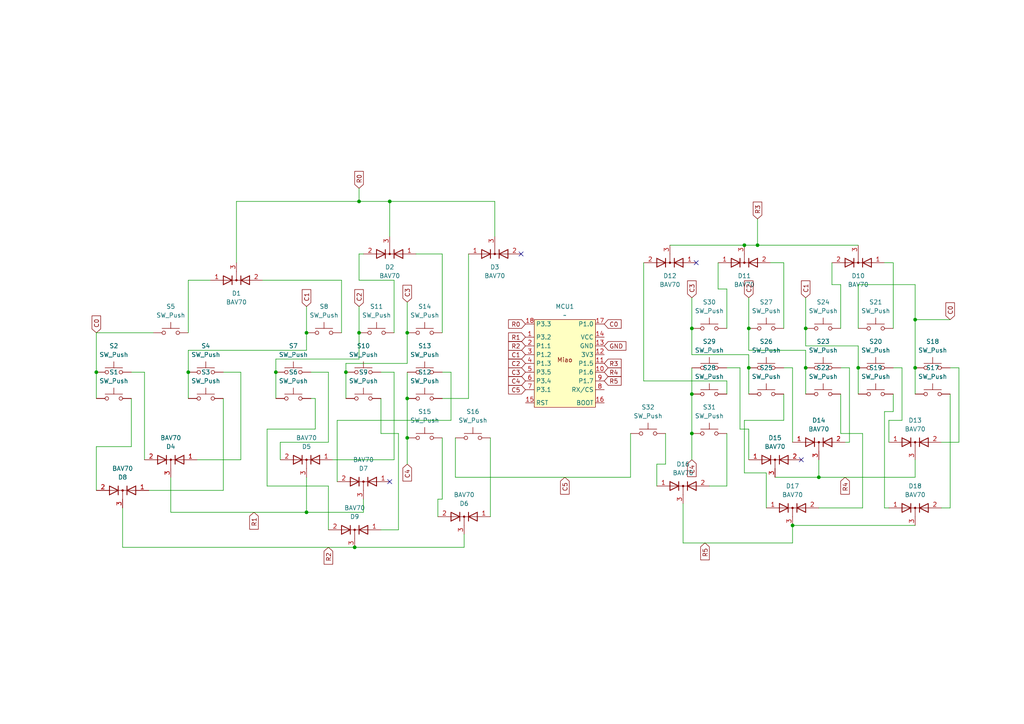
<source format=kicad_sch>
(kicad_sch (version 20231120) (generator "eeschema") (generator_version "8.0")
  (paper "A4")
  (lib_symbols
    (symbol "Diode:BAV70" (pin_names hide)
      (property "Reference" "D" (at 0.635 -2.54 0))
      (property "Value" "BAV70" (at 0 2.54 0))
      (symbol "BAV70_0_1"
        (polyline (pts (xy -3.81 0) (xy 3.81 0)))
        (polyline (pts (xy 0 0) (xy 0 -2.54)))
        (polyline (pts (xy -1.27 -1.27) (xy -1.27 1.27) (xy -1.27 1.27)) (stroke (width 0.254)))
        (polyline (pts (xy 1.27 -1.27) (xy 1.27 1.27) (xy 1.27 1.27)) (stroke (width 0.254)))
        (polyline (pts (xy -3.81 1.27) (xy -1.27 0) (xy -3.81 -1.27) (xy -3.81 1.27) (xy -3.81 1.27) (xy -3.81 1.27)) (stroke (width 0.254)))
        (polyline (pts (xy 3.81 -1.27) (xy 1.27 0) (xy 3.81 1.27) (xy 3.81 -1.27) (xy 3.81 -1.27) (xy 3.81 -1.27)) (stroke (width 0.254)))
        (circle (center 0 0) (radius 0.254) (fill (type outline)))
        (pin passive line (at -7.62 0 0) (length 3.81) (name "A") (number "1"))
        (pin passive line (at 7.62 0 180) (length 3.81) (name "A") (number "2"))
        (pin passive line (at 0 -5.08 90) (length 2.54) (name "K") (number "3"))
      )
    )
    (symbol "Miao:Miao_full_pinout"
      (property "Reference" "U" (at 0 5.08 0))
      (symbol "Miao_full_pinout_1_1"
        (rectangle (start -8.89 12.7) (end 8.89 -12.7) (fill (type background)))
        (text "Miao\n\n" (at 0 0 0) (effects (font (size 1.27 1.27))))
        (pin bidirectional line (at -11.43 7.62 0) (length 2.54) (name "P3.2") (number "1"))
        (pin bidirectional line (at 11.43 -2.54 180) (length 2.54) (name "P1.6") (number "10"))
        (pin bidirectional line (at 11.43 0 180) (length 2.54) (name "P1.5") (number "11"))
        (pin power_out line (at 11.43 2.54 180) (length 2.54) (name "3V3") (number "12"))
        (pin power_out line (at 11.43 5.08 180) (length 2.54) (name "GND") (number "13"))
        (pin power_in line (at 11.43 7.62 180) (length 2.54) (name "VCC") (number "14"))
        (pin input line (at -11.43 -11.43 0) (length 2.54) (name "RST") (number "15"))
        (pin input line (at 11.43 -11.43 180) (length 2.54) (name "BOOT") (number "16"))
        (pin bidirectional line (at 11.43 11.43 180) (length 2.54) (name "P1.0") (number "17"))
        (pin bidirectional line (at -11.43 11.43 0) (length 2.54) (name "P3.3") (number "18"))
        (pin bidirectional line (at -11.43 5.08 0) (length 2.54) (name "P1.1") (number "2"))
        (pin bidirectional line (at -11.43 2.54 0) (length 2.54) (name "P1.2") (number "3"))
        (pin bidirectional line (at -11.43 0 0) (length 2.54) (name "P1.3") (number "4"))
        (pin bidirectional line (at -11.43 -2.54 0) (length 2.54) (name "P3.5") (number "5"))
        (pin bidirectional line (at -11.43 -5.08 0) (length 2.54) (name "P3.4") (number "6"))
        (pin bidirectional line (at -11.43 -7.62 0) (length 2.54) (name "P3.1") (number "7"))
        (pin bidirectional line (at 11.43 -7.62 180) (length 2.54) (name "RX/CS") (number "8"))
        (pin bidirectional line (at 11.43 -5.08 180) (length 2.54) (name "P1.7") (number "9"))
      )
    )
    (symbol "Switch:SW_Push" (pin_numbers hide) (pin_names (offset 1.016) hide)
      (property "Reference" "SW" (at 1.27 2.54 0))
      (property "Value" "SW_Push" (at 0 -1.524 0))
      (symbol "SW_Push_0_1"
        (circle (center -2.032 0) (radius 0.508))
        (polyline (pts (xy 0 1.27) (xy 0 3.048)))
        (polyline (pts (xy 2.54 1.27) (xy -2.54 1.27)))
        (circle (center 2.032 0) (radius 0.508))
        (pin passive line (at -5.08 0 0) (length 2.54) (name "1") (number "1"))
        (pin passive line (at 5.08 0 180) (length 2.54) (name "2") (number "2"))
      )
    )
  )
  (junction (at 233.68 106.68))
  (junction (at 217.17 106.68))
  (junction (at 265.43 92.71))
  (junction (at 104.14 58.42))
  (junction (at 88.9 148.59))
  (junction (at 102.87 158.75))
  (junction (at 219.71 71.12))
  (junction (at 27.94 107.95))
  (junction (at 265.43 106.68))
  (junction (at 200.66 125.73))
  (junction (at 200.66 114.3))
  (junction (at 80.01 107.95))
  (junction (at 118.11 115.57))
  (junction (at 54.61 107.95))
  (junction (at 100.33 107.95))
  (junction (at 118.11 96.52))
  (junction (at 248.92 106.68))
  (junction (at 237.49 138.43))
  (junction (at 113.03 58.42))
  (junction (at 233.68 95.25))
  (junction (at 229.87 152.4))
  (junction (at 200.66 95.25))
  (junction (at 118.11 127))
  (junction (at 88.9 96.52))
  (junction (at 217.17 95.25))
  (junction (at 104.14 96.52))
  (junction (at 215.9 71.12))
  (no_connect (at 201.93 76.2))
  (no_connect (at 113.03 139.7))
  (no_connect (at 232.41 133.35))
  (no_connect (at 151.13 73.66))
  (wire (pts (xy 250.19 147.32) (xy 237.49 147.32)))
  (wire (pts (xy 265.43 106.68) (xy 265.43 92.71)))
  (wire (pts (xy 114.3 133.35) (xy 114.3 107.95)))
  (wire (pts (xy 143.51 68.58) (xy 143.51 58.42)))
  (wire (pts (xy 194.31 71.12) (xy 215.9 71.12)))
  (wire (pts (xy 200.66 95.25) (xy 200.66 102.87)))
  (wire (pts (xy 248.92 95.25) (xy 248.92 82.55)))
  (wire (pts (xy 38.1 115.57) (xy 38.1 129.54)))
  (wire (pts (xy 198.12 146.05) (xy 198.12 157.48)))
  (wire (pts (xy 97.79 121.92) (xy 97.79 139.7)))
  (wire (pts (xy 210.82 125.73) (xy 210.82 140.97)))
  (wire (pts (xy 233.68 95.25) (xy 233.68 100.33)))
  (wire (pts (xy 90.17 107.95) (xy 95.25 107.95)))
  (wire (pts (xy 38.1 129.54) (xy 27.94 129.54)))
  (wire (pts (xy 186.69 110.49) (xy 186.69 76.2)))
  (wire (pts (xy 265.43 82.55) (xy 265.43 92.71)))
  (wire (pts (xy 80.01 115.57) (xy 80.01 107.95)))
  (wire (pts (xy 243.84 82.55) (xy 241.3 82.55)))
  (wire (pts (xy 90.17 115.57) (xy 91.44 115.57)))
  (wire (pts (xy 113.03 68.58) (xy 113.03 58.42)))
  (wire (pts (xy 265.43 133.35) (xy 265.43 138.43)))
  (wire (pts (xy 219.71 63.5) (xy 219.71 71.12)))
  (wire (pts (xy 222.25 147.32) (xy 222.25 137.16)))
  (wire (pts (xy 120.65 73.66) (xy 128.27 73.66)))
  (wire (pts (xy 265.43 92.71) (xy 275.59 92.71)))
  (wire (pts (xy 259.08 114.3) (xy 259.08 119.38)))
  (wire (pts (xy 278.13 128.27) (xy 273.05 128.27)))
  (wire (pts (xy 43.18 142.24) (xy 64.77 142.24)))
  (wire (pts (xy 182.88 125.73) (xy 182.88 138.43)))
  (wire (pts (xy 113.03 58.42) (xy 104.14 58.42)))
  (wire (pts (xy 135.89 115.57) (xy 135.89 73.66)))
  (wire (pts (xy 27.94 96.52) (xy 27.94 107.95)))
  (wire (pts (xy 99.06 96.52) (xy 99.06 81.28)))
  (wire (pts (xy 114.3 107.95) (xy 110.49 107.95)))
  (wire (pts (xy 105.41 73.66) (xy 104.14 73.66)))
  (wire (pts (xy 41.91 107.95) (xy 41.91 133.35)))
  (wire (pts (xy 256.54 119.38) (xy 256.54 147.32)))
  (wire (pts (xy 243.84 125.73) (xy 250.19 125.73)))
  (wire (pts (xy 35.56 158.75) (xy 102.87 158.75)))
  (wire (pts (xy 143.51 58.42) (xy 113.03 58.42)))
  (wire (pts (xy 134.62 158.75) (xy 134.62 154.94)))
  (wire (pts (xy 259.08 95.25) (xy 259.08 76.2)))
  (wire (pts (xy 100.33 107.95) (xy 100.33 115.57)))
  (wire (pts (xy 128.27 73.66) (xy 128.27 96.52)))
  (wire (pts (xy 222.25 137.16) (xy 215.9 137.16)))
  (wire (pts (xy 80.01 107.95) (xy 80.01 104.14)))
  (wire (pts (xy 100.33 105.41) (xy 100.33 107.95)))
  (wire (pts (xy 105.41 144.78) (xy 105.41 148.59)))
  (wire (pts (xy 273.05 147.32) (xy 275.59 147.32)))
  (wire (pts (xy 261.62 121.92) (xy 257.81 121.92)))
  (wire (pts (xy 227.33 95.25) (xy 227.33 76.2)))
  (wire (pts (xy 233.68 106.68) (xy 233.68 101.6)))
  (wire (pts (xy 243.84 106.68) (xy 246.38 106.68)))
  (wire (pts (xy 110.49 153.67) (xy 115.57 153.67)))
  (wire (pts (xy 193.04 125.73) (xy 193.04 134.62)))
  (wire (pts (xy 210.82 83.82) (xy 208.28 83.82)))
  (wire (pts (xy 250.19 125.73) (xy 250.19 147.32)))
  (wire (pts (xy 128.27 127) (xy 128.27 144.78)))
  (wire (pts (xy 132.08 138.43) (xy 182.88 138.43)))
  (wire (pts (xy 99.06 81.28) (xy 76.2 81.28)))
  (wire (pts (xy 261.62 106.68) (xy 261.62 121.92)))
  (wire (pts (xy 217.17 102.87) (xy 217.17 106.68)))
  (wire (pts (xy 69.85 107.95) (xy 69.85 133.35)))
  (wire (pts (xy 237.49 138.43) (xy 237.49 133.35)))
  (wire (pts (xy 68.58 76.2) (xy 68.58 58.42)))
  (wire (pts (xy 190.5 134.62) (xy 190.5 140.97)))
  (wire (pts (xy 110.49 125.73) (xy 110.49 115.57)))
  (wire (pts (xy 68.58 58.42) (xy 104.14 58.42)))
  (wire (pts (xy 210.82 106.68) (xy 214.63 106.68)))
  (wire (pts (xy 102.87 158.75) (xy 134.62 158.75)))
  (wire (pts (xy 115.57 125.73) (xy 110.49 125.73)))
  (wire (pts (xy 91.44 115.57) (xy 91.44 124.46)))
  (wire (pts (xy 127 144.78) (xy 127 149.86)))
  (wire (pts (xy 233.68 86.36) (xy 233.68 95.25)))
  (wire (pts (xy 104.14 81.28) (xy 114.3 81.28)))
  (wire (pts (xy 128.27 107.95) (xy 130.81 107.95)))
  (wire (pts (xy 248.92 82.55) (xy 265.43 82.55)))
  (wire (pts (xy 80.01 104.14) (xy 104.14 104.14)))
  (wire (pts (xy 88.9 96.52) (xy 88.9 101.6)))
  (wire (pts (xy 54.61 96.52) (xy 54.61 81.28)))
  (wire (pts (xy 49.53 138.43) (xy 49.53 148.59)))
  (wire (pts (xy 54.61 81.28) (xy 60.96 81.28)))
  (wire (pts (xy 27.94 107.95) (xy 27.94 115.57)))
  (wire (pts (xy 208.28 83.82) (xy 208.28 76.2)))
  (wire (pts (xy 217.17 106.68) (xy 217.17 114.3)))
  (wire (pts (xy 275.59 106.68) (xy 278.13 106.68)))
  (wire (pts (xy 217.17 101.6) (xy 217.17 95.25)))
  (wire (pts (xy 81.28 128.27) (xy 81.28 133.35)))
  (wire (pts (xy 77.47 140.97) (xy 95.25 140.97)))
  (wire (pts (xy 265.43 138.43) (xy 237.49 138.43)))
  (wire (pts (xy 215.9 71.12) (xy 219.71 71.12)))
  (wire (pts (xy 118.11 96.52) (xy 118.11 105.41)))
  (wire (pts (xy 88.9 138.43) (xy 88.9 148.59)))
  (wire (pts (xy 193.04 134.62) (xy 190.5 134.62)))
  (wire (pts (xy 215.9 137.16) (xy 215.9 121.92)))
  (wire (pts (xy 88.9 88.9) (xy 88.9 96.52)))
  (wire (pts (xy 104.14 58.42) (xy 104.14 54.61)))
  (wire (pts (xy 259.08 106.68) (xy 261.62 106.68)))
  (wire (pts (xy 265.43 114.3) (xy 265.43 106.68)))
  (wire (pts (xy 35.56 147.32) (xy 35.56 158.75)))
  (wire (pts (xy 64.77 107.95) (xy 69.85 107.95)))
  (wire (pts (xy 198.12 157.48) (xy 229.87 157.48)))
  (wire (pts (xy 27.94 129.54) (xy 27.94 142.24)))
  (wire (pts (xy 210.82 140.97) (xy 205.74 140.97)))
  (wire (pts (xy 54.61 107.95) (xy 54.61 115.57)))
  (wire (pts (xy 233.68 114.3) (xy 233.68 106.68)))
  (wire (pts (xy 200.66 106.68) (xy 200.66 114.3)))
  (wire (pts (xy 118.11 105.41) (xy 100.33 105.41)))
  (wire (pts (xy 256.54 147.32) (xy 257.81 147.32)))
  (wire (pts (xy 210.82 114.3) (xy 210.82 110.49)))
  (wire (pts (xy 54.61 101.6) (xy 54.61 107.95)))
  (wire (pts (xy 217.17 124.46) (xy 217.17 133.35)))
  (wire (pts (xy 132.08 127) (xy 132.08 138.43)))
  (wire (pts (xy 114.3 96.52) (xy 114.3 81.28)))
  (wire (pts (xy 248.92 100.33) (xy 248.92 106.68)))
  (wire (pts (xy 104.14 73.66) (xy 104.14 81.28)))
  (wire (pts (xy 77.47 124.46) (xy 77.47 140.97)))
  (wire (pts (xy 215.9 121.92) (xy 227.33 121.92)))
  (wire (pts (xy 118.11 87.63) (xy 118.11 96.52)))
  (wire (pts (xy 210.82 95.25) (xy 210.82 83.82)))
  (wire (pts (xy 95.25 140.97) (xy 95.25 153.67)))
  (wire (pts (xy 259.08 119.38) (xy 256.54 119.38)))
  (wire (pts (xy 96.52 133.35) (xy 114.3 133.35)))
  (wire (pts (xy 275.59 147.32) (xy 275.59 114.3)))
  (wire (pts (xy 118.11 115.57) (xy 118.11 127)))
  (wire (pts (xy 224.79 138.43) (xy 237.49 138.43)))
  (wire (pts (xy 229.87 152.4) (xy 265.43 152.4)))
  (wire (pts (xy 229.87 157.48) (xy 229.87 152.4)))
  (wire (pts (xy 243.84 95.25) (xy 243.84 82.55)))
  (wire (pts (xy 64.77 142.24) (xy 64.77 115.57)))
  (wire (pts (xy 97.79 121.92) (xy 130.81 121.92)))
  (wire (pts (xy 69.85 133.35) (xy 57.15 133.35)))
  (wire (pts (xy 233.68 100.33) (xy 248.92 100.33)))
  (wire (pts (xy 38.1 107.95) (xy 41.91 107.95)))
  (wire (pts (xy 118.11 127) (xy 118.11 134.62)))
  (wire (pts (xy 200.66 114.3) (xy 200.66 125.73)))
  (wire (pts (xy 246.38 106.68) (xy 246.38 128.27)))
  (wire (pts (xy 91.44 124.46) (xy 77.47 124.46)))
  (wire (pts (xy 227.33 121.92) (xy 227.33 114.3)))
  (wire (pts (xy 243.84 114.3) (xy 243.84 125.73)))
  (wire (pts (xy 118.11 107.95) (xy 118.11 115.57)))
  (wire (pts (xy 278.13 106.68) (xy 278.13 128.27)))
  (wire (pts (xy 130.81 107.95) (xy 130.81 121.92)))
  (wire (pts (xy 229.87 128.27) (xy 229.87 106.68)))
  (wire (pts (xy 214.63 124.46) (xy 217.17 124.46)))
  (wire (pts (xy 115.57 153.67) (xy 115.57 125.73)))
  (wire (pts (xy 210.82 110.49) (xy 186.69 110.49)))
  (wire (pts (xy 217.17 101.6) (xy 233.68 101.6)))
  (wire (pts (xy 257.81 121.92) (xy 257.81 128.27)))
  (wire (pts (xy 95.25 128.27) (xy 81.28 128.27)))
  (wire (pts (xy 217.17 86.36) (xy 217.17 95.25)))
  (wire (pts (xy 104.14 88.9) (xy 104.14 96.52)))
  (wire (pts (xy 200.66 102.87) (xy 217.17 102.87)))
  (wire (pts (xy 95.25 107.95) (xy 95.25 128.27)))
  (wire (pts (xy 54.61 101.6) (xy 88.9 101.6)))
  (wire (pts (xy 229.87 106.68) (xy 227.33 106.68)))
  (wire (pts (xy 142.24 127) (xy 142.24 149.86)))
  (wire (pts (xy 105.41 148.59) (xy 88.9 148.59)))
  (wire (pts (xy 128.27 115.57) (xy 135.89 115.57)))
  (wire (pts (xy 219.71 71.12) (xy 248.92 71.12)))
  (wire (pts (xy 259.08 76.2) (xy 256.54 76.2)))
  (wire (pts (xy 227.33 76.2) (xy 223.52 76.2)))
  (wire (pts (xy 200.66 125.73) (xy 200.66 133.35)))
  (wire (pts (xy 214.63 106.68) (xy 214.63 124.46)))
  (wire (pts (xy 246.38 128.27) (xy 245.11 128.27)))
  (wire (pts (xy 241.3 82.55) (xy 241.3 76.2)))
  (wire (pts (xy 44.45 96.52) (xy 27.94 96.52)))
  (wire (pts (xy 200.66 86.36) (xy 200.66 95.25)))
  (wire (pts (xy 248.92 106.68) (xy 248.92 114.3)))
  (wire (pts (xy 104.14 96.52) (xy 104.14 104.14)))
  (wire (pts (xy 49.53 148.59) (xy 88.9 148.59)))
  (wire (pts (xy 128.27 144.78) (xy 127 144.78)))
  (global_label "R5" (shape input) (at 175.26 110.49 0) (property "Intersheetrefs" "${INTERSHEET_REFS}" (effects (hide yes))))
  (global_label "GND" (shape input) (at 175.26 100.33 0) (property "Intersheetrefs" "${INTERSHEET_REFS}" (effects (hide yes))))
  (global_label "R0" (shape input) (at 152.4 93.98 180) (property "Intersheetrefs" "${INTERSHEET_REFS}" (effects (hide yes))))
  (global_label "R2" (shape input) (at 152.4 100.33 180) (property "Intersheetrefs" "${INTERSHEET_REFS}" (effects (hide yes))))
  (global_label "R3" (shape input) (at 219.71 63.5 90) (property "Intersheetrefs" "${INTERSHEET_REFS}" (effects (hide yes))))
  (global_label "C3" (shape input) (at 200.66 86.36 90) (property "Intersheetrefs" "${INTERSHEET_REFS}" (effects (hide yes))))
  (global_label "C2" (shape input) (at 152.4 105.41 180) (property "Intersheetrefs" "${INTERSHEET_REFS}" (effects (hide yes))))
  (global_label "C3" (shape input) (at 152.4 107.95 180) (property "Intersheetrefs" "${INTERSHEET_REFS}" (effects (hide yes))))
  (global_label "R2" (shape input) (at 95.25 158.75 270) (property "Intersheetrefs" "${INTERSHEET_REFS}" (effects (hide yes))))
  (global_label "C4" (shape input) (at 152.4 110.49 180) (property "Intersheetrefs" "${INTERSHEET_REFS}" (effects (hide yes))))
  (global_label "C2" (shape input) (at 217.17 86.36 90) (property "Intersheetrefs" "${INTERSHEET_REFS}" (effects (hide yes))))
  (global_label "R1" (shape input) (at 152.4 97.79 180) (property "Intersheetrefs" "${INTERSHEET_REFS}" (effects (hide yes))))
  (global_label "C0" (shape input) (at 175.26 93.98 0) (property "Intersheetrefs" "${INTERSHEET_REFS}" (effects (hide yes))))
  (global_label "C5" (shape input) (at 163.83 138.43 270) (property "Intersheetrefs" "${INTERSHEET_REFS}" (effects (hide yes))))
  (global_label "C4" (shape input) (at 200.66 133.35 270) (property "Intersheetrefs" "${INTERSHEET_REFS}" (effects (hide yes))))
  (global_label "R3" (shape input) (at 175.26 105.41 0) (property "Intersheetrefs" "${INTERSHEET_REFS}" (effects (hide yes))))
  (global_label "R1" (shape input) (at 73.66 148.59 270) (property "Intersheetrefs" "${INTERSHEET_REFS}" (effects (hide yes))))
  (global_label "R5" (shape input) (at 204.47 157.48 270) (property "Intersheetrefs" "${INTERSHEET_REFS}" (effects (hide yes))))
  (global_label "C1" (shape input) (at 233.68 86.36 90) (property "Intersheetrefs" "${INTERSHEET_REFS}" (effects (hide yes))))
  (global_label "R4" (shape input) (at 245.11 138.43 270) (property "Intersheetrefs" "${INTERSHEET_REFS}" (effects (hide yes))))
  (global_label "C2" (shape input) (at 104.14 88.9 90) (property "Intersheetrefs" "${INTERSHEET_REFS}" (effects (hide yes))))
  (global_label "C4" (shape input) (at 118.11 134.62 270) (property "Intersheetrefs" "${INTERSHEET_REFS}" (effects (hide yes))))
  (global_label "C0" (shape input) (at 275.59 92.71 90) (property "Intersheetrefs" "${INTERSHEET_REFS}" (effects (hide yes))))
  (global_label "R4" (shape input) (at 175.26 107.95 0) (property "Intersheetrefs" "${INTERSHEET_REFS}" (effects (hide yes))))
  (global_label "R0" (shape input) (at 104.14 54.61 90) (property "Intersheetrefs" "${INTERSHEET_REFS}" (effects (hide yes))))
  (global_label "C5" (shape input) (at 152.4 113.03 180) (property "Intersheetrefs" "${INTERSHEET_REFS}" (effects (hide yes))))
  (global_label "C0" (shape input) (at 27.94 96.52 90) (property "Intersheetrefs" "${INTERSHEET_REFS}" (effects (hide yes))))
  (global_label "C1" (shape input) (at 152.4 102.87 180) (property "Intersheetrefs" "${INTERSHEET_REFS}" (effects (hide yes))))
  (global_label "C1" (shape input) (at 88.9 88.9 90) (property "Intersheetrefs" "${INTERSHEET_REFS}" (effects (hide yes))))
  (global_label "C3" (shape input) (at 118.11 87.63 90) (property "Intersheetrefs" "${INTERSHEET_REFS}" (effects (hide yes))))
  (symbol (lib_id "Diode:BAV70") (at 113.03 73.66 180) (unit 1)
    (property "Reference" "D2" (at 113.03 77.47 0))
    (property "Value" "BAV70" (at 113.03 80.01 0))
    (property "Footprint" "Keebio-Parts:SOT-23_Handsoldering" (effects (hide yes)))
    (property "Datasheet" "https://assets.nexperia.com/documents/data-sheet/BAV70_SER.pdf" (effects (hide yes)))
    (property "Description" "Dual 100V 215mA high-speed switching diodes, common cathode, SOT-23" (effects (hide yes)))
  )
  (symbol (lib_id "Switch:SW_Push") (at 222.25 106.68 0) (unit 1)
    (property "Reference" "S26" (at 222.25 99.06 0))
    (property "Value" "SW_Push" (at 222.25 101.6 0))
    (property "Footprint" "BeiBob-KiCAD-footprints:SW_Kailh_socket_PG1350_optional" (effects (hide yes)))
    (property "Description" "Push button switch, generic, two pins" (effects (hide yes)))
  )
  (symbol (lib_id "Switch:SW_Push") (at 85.09 107.95 0) (unit 1)
    (property "Reference" "S7" (at 85.09 100.33 0))
    (property "Value" "SW_Push" (at 85.09 102.87 0))
    (property "Footprint" "BeiBob-KiCAD-footprints:SW_Kailh_socket_PG1350_optional" (effects (hide yes)))
    (property "Description" "Push button switch, generic, two pins" (effects (hide yes)))
  )
  (symbol (lib_id "Switch:SW_Push") (at 123.19 96.52 0) (unit 1)
    (property "Reference" "S14" (at 123.19 88.9 0))
    (property "Value" "SW_Push" (at 123.19 91.44 0))
    (property "Footprint" "BeiBob-KiCAD-footprints:SW_Kailh_socket_PG1350_optional" (effects (hide yes)))
    (property "Description" "Push button switch, generic, two pins" (effects (hide yes)))
  )
  (symbol (lib_id "Diode:BAV70") (at 194.31 76.2 180) (unit 1)
    (property "Reference" "D12" (at 194.31 80.01 0))
    (property "Value" "BAV70" (at 194.31 82.55 0))
    (property "Footprint" "Keebio-Parts:SOT-23_Handsoldering" (effects (hide yes)))
    (property "Datasheet" "https://assets.nexperia.com/documents/data-sheet/BAV70_SER.pdf" (effects (hide yes)))
    (property "Description" "Dual 100V 215mA high-speed switching diodes, common cathode, SOT-23" (effects (hide yes)))
  )
  (symbol (lib_id "Switch:SW_Push") (at 49.53 96.52 0) (unit 1)
    (property "Reference" "S5" (at 49.53 88.9 0))
    (property "Value" "SW_Push" (at 49.53 91.44 0))
    (property "Footprint" "BeiBob-KiCAD-footprints:SW_Kailh_socket_PG1350_optional" (effects (hide yes)))
    (property "Description" "Push button switch, generic, two pins" (effects (hide yes)))
  )
  (symbol (lib_id "Switch:SW_Push") (at 254 95.25 0) (unit 1)
    (property "Reference" "S21" (at 254 87.63 0))
    (property "Value" "SW_Push" (at 254 90.17 0))
    (property "Footprint" "BeiBob-KiCAD-footprints:SW_Kailh_socket_PG1350_optional" (effects (hide yes)))
    (property "Description" "Push button switch, generic, two pins" (effects (hide yes)))
  )
  (symbol (lib_id "Switch:SW_Push") (at 109.22 96.52 0) (unit 1)
    (property "Reference" "S11" (at 109.22 88.9 0))
    (property "Value" "SW_Push" (at 109.22 91.44 0))
    (property "Footprint" "BeiBob-KiCAD-footprints:SW_Kailh_socket_PG1350_optional" (effects (hide yes)))
    (property "Description" "Push button switch, generic, two pins" (effects (hide yes)))
  )
  (symbol (lib_id "Diode:BAV70") (at 215.9 76.2 0) (mirror x) (unit 1)
    (property "Reference" "D11" (at 215.9 80.01 0))
    (property "Value" "BAV70" (at 215.9 82.55 0))
    (property "Footprint" "Keebio-Parts:SOT-23_Handsoldering" (effects (hide yes)))
    (property "Datasheet" "https://assets.nexperia.com/documents/data-sheet/BAV70_SER.pdf" (effects (hide yes)))
    (property "Description" "Dual 100V 215mA high-speed switching diodes, common cathode, SOT-23" (effects (hide yes)))
  )
  (symbol (lib_id "Switch:SW_Push") (at 105.41 107.95 0) (unit 1)
    (property "Reference" "S10" (at 105.41 100.33 0))
    (property "Value" "SW_Push" (at 105.41 102.87 0))
    (property "Footprint" "BeiBob-KiCAD-footprints:SW_Kailh_socket_PG1350_optional" (effects (hide yes)))
    (property "Description" "Push button switch, generic, two pins" (effects (hide yes)))
  )
  (symbol (lib_id "Switch:SW_Push") (at 93.98 96.52 0) (unit 1)
    (property "Reference" "S8" (at 93.98 88.9 0))
    (property "Value" "SW_Push" (at 93.98 91.44 0))
    (property "Footprint" "BeiBob-KiCAD-footprints:SW_Kailh_socket_PG1350_optional" (effects (hide yes)))
    (property "Description" "Push button switch, generic, two pins" (effects (hide yes)))
  )
  (symbol (lib_id "Switch:SW_Push") (at 238.76 114.3 0) (unit 1)
    (property "Reference" "S22" (at 238.76 106.68 0))
    (property "Value" "SW_Push" (at 238.76 109.22 0))
    (property "Footprint" "BeiBob-KiCAD-footprints:SW_Kailh_socket_PG1350_optional" (effects (hide yes)))
    (property "Description" "Push button switch, generic, two pins" (effects (hide yes)))
  )
  (symbol (lib_id "Switch:SW_Push") (at 254 114.3 0) (unit 1)
    (property "Reference" "S19" (at 254 106.68 0))
    (property "Value" "SW_Push" (at 254 109.22 0))
    (property "Footprint" "BeiBob-KiCAD-footprints:SW_Kailh_socket_PG1350_optional" (effects (hide yes)))
    (property "Description" "Push button switch, generic, two pins" (effects (hide yes)))
  )
  (symbol (lib_id "Diode:BAV70") (at 265.43 128.27 0) (unit 1)
    (property "Reference" "D13" (at 265.43 121.92 0))
    (property "Value" "BAV70" (at 265.43 124.46 0))
    (property "Footprint" "Keebio-Parts:SOT-23_Handsoldering" (effects (hide yes)))
    (property "Datasheet" "https://assets.nexperia.com/documents/data-sheet/BAV70_SER.pdf" (effects (hide yes)))
    (property "Description" "Dual 100V 215mA high-speed switching diodes, common cathode, SOT-23" (effects (hide yes)))
  )
  (symbol (lib_id "Switch:SW_Push") (at 222.25 95.25 0) (unit 1)
    (property "Reference" "S27" (at 222.25 87.63 0))
    (property "Value" "SW_Push" (at 222.25 90.17 0))
    (property "Footprint" "BeiBob-KiCAD-footprints:SW_Kailh_socket_PG1350_optional" (effects (hide yes)))
    (property "Description" "Push button switch, generic, two pins" (effects (hide yes)))
  )
  (symbol (lib_id "Switch:SW_Push") (at 123.19 107.95 0) (unit 1)
    (property "Reference" "S13" (at 123.19 100.33 0))
    (property "Value" "SW_Push" (at 123.19 102.87 0))
    (property "Footprint" "BeiBob-KiCAD-footprints:SW_Kailh_socket_PG1350_optional" (effects (hide yes)))
    (property "Description" "Push button switch, generic, two pins" (effects (hide yes)))
  )
  (symbol (lib_id "Diode:BAV70") (at 35.56 142.24 0) (mirror y) (unit 1)
    (property "Reference" "D8" (at 35.56 138.43 0))
    (property "Value" "BAV70" (at 35.56 135.89 0))
    (property "Footprint" "Keebio-Parts:SOT-23_Handsoldering" (effects (hide yes)))
    (property "Datasheet" "https://assets.nexperia.com/documents/data-sheet/BAV70_SER.pdf" (effects (hide yes)))
    (property "Description" "Dual 100V 215mA high-speed switching diodes, common cathode, SOT-23" (effects (hide yes)))
  )
  (symbol (lib_id "Switch:SW_Push") (at 59.69 115.57 0) (unit 1)
    (property "Reference" "S3" (at 59.69 107.95 0))
    (property "Value" "SW_Push" (at 59.69 110.49 0))
    (property "Footprint" "BeiBob-KiCAD-footprints:SW_Kailh_socket_PG1350_optional" (effects (hide yes)))
    (property "Description" "Push button switch, generic, two pins" (effects (hide yes)))
  )
  (symbol (lib_id "Switch:SW_Push") (at 205.74 95.25 0) (unit 1)
    (property "Reference" "S30" (at 205.74 87.63 0))
    (property "Value" "SW_Push" (at 205.74 90.17 0))
    (property "Footprint" "BeiBob-KiCAD-footprints:SW_Kailh_socket_PG1350_optional" (effects (hide yes)))
    (property "Description" "Push button switch, generic, two pins" (effects (hide yes)))
  )
  (symbol (lib_id "Diode:BAV70") (at 102.87 153.67 0) (mirror y) (unit 1)
    (property "Reference" "D9" (at 102.87 149.86 0))
    (property "Value" "BAV70" (at 102.87 147.32 0))
    (property "Footprint" "Keebio-Parts:SOT-23_Handsoldering" (effects (hide yes)))
    (property "Datasheet" "https://assets.nexperia.com/documents/data-sheet/BAV70_SER.pdf" (effects (hide yes)))
    (property "Description" "Dual 100V 215mA high-speed switching diodes, common cathode, SOT-23" (effects (hide yes)))
  )
  (symbol (lib_id "Switch:SW_Push") (at 123.19 127 0) (unit 1)
    (property "Reference" "S15" (at 123.19 119.38 0))
    (property "Value" "SW_Push" (at 123.19 121.92 0))
    (property "Footprint" "BeiBob-KiCAD-footprints:SW_Kailh_socket_PG1350_optional" (effects (hide yes)))
    (property "Description" "Push button switch, generic, two pins" (effects (hide yes)))
  )
  (symbol (lib_id "Diode:BAV70") (at 224.79 133.35 0) (unit 1)
    (property "Reference" "D15" (at 224.79 127 0))
    (property "Value" "BAV70" (at 224.79 129.54 0))
    (property "Footprint" "Keebio-Parts:SOT-23_Handsoldering" (effects (hide yes)))
    (property "Datasheet" "https://assets.nexperia.com/documents/data-sheet/BAV70_SER.pdf" (effects (hide yes)))
    (property "Description" "Dual 100V 215mA high-speed switching diodes, common cathode, SOT-23" (effects (hide yes)))
  )
  (symbol (lib_id "Switch:SW_Push") (at 238.76 106.68 0) (unit 1)
    (property "Reference" "S23" (at 238.76 99.06 0))
    (property "Value" "SW_Push" (at 238.76 101.6 0))
    (property "Footprint" "BeiBob-KiCAD-footprints:SW_Kailh_socket_PG1350_optional" (effects (hide yes)))
    (property "Description" "Push button switch, generic, two pins" (effects (hide yes)))
  )
  (symbol (lib_id "Switch:SW_Push") (at 254 106.68 0) (unit 1)
    (property "Reference" "S20" (at 254 99.06 0))
    (property "Value" "SW_Push" (at 254 101.6 0))
    (property "Footprint" "BeiBob-KiCAD-footprints:SW_Kailh_socket_PG1350_optional" (effects (hide yes)))
    (property "Description" "Push button switch, generic, two pins" (effects (hide yes)))
  )
  (symbol (lib_id "Diode:BAV70") (at 237.49 128.27 0) (unit 1)
    (property "Reference" "D14" (at 237.49 121.92 0))
    (property "Value" "BAV70" (at 237.49 124.46 0))
    (property "Footprint" "Keebio-Parts:SOT-23_Handsoldering" (effects (hide yes)))
    (property "Datasheet" "https://assets.nexperia.com/documents/data-sheet/BAV70_SER.pdf" (effects (hide yes)))
    (property "Description" "Dual 100V 215mA high-speed switching diodes, common cathode, SOT-23" (effects (hide yes)))
  )
  (symbol (lib_id "Switch:SW_Push") (at 33.02 107.95 0) (unit 1)
    (property "Reference" "S2" (at 33.02 100.33 0))
    (property "Value" "SW_Push" (at 33.02 102.87 0))
    (property "Footprint" "BeiBob-KiCAD-footprints:SW_Kailh_socket_PG1350_optional" (effects (hide yes)))
    (property "Description" "Push button switch, generic, two pins" (effects (hide yes)))
  )
  (symbol (lib_id "Diode:BAV70") (at 265.43 147.32 0) (unit 1)
    (property "Reference" "D18" (at 265.43 140.97 0))
    (property "Value" "BAV70" (at 265.43 143.51 0))
    (property "Footprint" "Keebio-Parts:SOT-23_Handsoldering" (effects (hide yes)))
    (property "Datasheet" "https://assets.nexperia.com/documents/data-sheet/BAV70_SER.pdf" (effects (hide yes)))
    (property "Description" "Dual 100V 215mA high-speed switching diodes, common cathode, SOT-23" (effects (hide yes)))
  )
  (symbol (lib_id "Switch:SW_Push") (at 59.69 107.95 0) (unit 1)
    (property "Reference" "S4" (at 59.69 100.33 0))
    (property "Value" "SW_Push" (at 59.69 102.87 0))
    (property "Footprint" "BeiBob-KiCAD-footprints:SW_Kailh_socket_PG1350_optional" (effects (hide yes)))
    (property "Description" "Push button switch, generic, two pins" (effects (hide yes)))
  )
  (symbol (lib_id "Diode:BAV70") (at 105.41 139.7 0) (mirror y) (unit 1)
    (property "Reference" "D7" (at 105.41 135.89 0))
    (property "Value" "BAV70" (at 105.41 133.35 0))
    (property "Footprint" "Keebio-Parts:SOT-23_Handsoldering" (effects (hide yes)))
    (property "Datasheet" "https://assets.nexperia.com/documents/data-sheet/BAV70_SER.pdf" (effects (hide yes)))
    (property "Description" "Dual 100V 215mA high-speed switching diodes, common cathode, SOT-23" (effects (hide yes)))
  )
  (symbol (lib_id "Diode:BAV70") (at 248.92 76.2 180) (unit 1)
    (property "Reference" "D10" (at 248.92 80.01 0))
    (property "Value" "BAV70" (at 248.92 82.55 0))
    (property "Footprint" "Keebio-Parts:SOT-23_Handsoldering" (effects (hide yes)))
    (property "Datasheet" "https://assets.nexperia.com/documents/data-sheet/BAV70_SER.pdf" (effects (hide yes)))
    (property "Description" "Dual 100V 215mA high-speed switching diodes, common cathode, SOT-23" (effects (hide yes)))
  )
  (symbol (lib_id "Switch:SW_Push") (at 270.51 106.68 0) (unit 1)
    (property "Reference" "S18" (at 270.51 99.06 0))
    (property "Value" "SW_Push" (at 270.51 101.6 0))
    (property "Footprint" "BeiBob-KiCAD-footprints:SW_Kailh_socket_PG1350_optional" (effects (hide yes)))
    (property "Description" "Push button switch, generic, two pins" (effects (hide yes)))
  )
  (symbol (lib_id "Diode:BAV70") (at 134.62 149.86 0) (mirror y) (unit 1)
    (property "Reference" "D6" (at 134.62 146.05 0))
    (property "Value" "BAV70" (at 134.62 143.51 0))
    (property "Footprint" "Keebio-Parts:SOT-23_Handsoldering" (effects (hide yes)))
    (property "Datasheet" "https://assets.nexperia.com/documents/data-sheet/BAV70_SER.pdf" (effects (hide yes)))
    (property "Description" "Dual 100V 215mA high-speed switching diodes, common cathode, SOT-23" (effects (hide yes)))
  )
  (symbol (lib_id "Switch:SW_Push") (at 205.74 125.73 0) (unit 1)
    (property "Reference" "S31" (at 205.74 118.11 0))
    (property "Value" "SW_Push" (at 205.74 120.65 0))
    (property "Footprint" "BeiBob-KiCAD-footprints:SW_Kailh_socket_PG1350_optional" (effects (hide yes)))
    (property "Description" "Push button switch, generic, two pins" (effects (hide yes)))
  )
  (symbol (lib_id "Miao:Miao_full_pinout") (at 163.83 105.41 0) (unit 1)
    (property "Reference" "MCU1" (at 163.83 88.9 0))
    (property "Value" "~" (at 163.83 91.44 0))
    (property "Footprint" "miao:Miao" (effects (hide yes)))
  )
  (symbol (lib_id "Switch:SW_Push") (at 205.74 114.3 0) (unit 1)
    (property "Reference" "S28" (at 205.74 106.68 0))
    (property "Value" "SW_Push" (at 205.74 109.22 0))
    (property "Footprint" "BeiBob-KiCAD-footprints:SW_Kailh_socket_PG1350_optional" (effects (hide yes)))
    (property "Description" "Push button switch, generic, two pins" (effects (hide yes)))
  )
  (symbol (lib_id "Diode:BAV70") (at 229.87 147.32 0) (unit 1)
    (property "Reference" "D17" (at 229.87 140.97 0))
    (property "Value" "BAV70" (at 229.87 143.51 0))
    (property "Footprint" "Keebio-Parts:SOT-23_Handsoldering" (effects (hide yes)))
    (property "Datasheet" "https://assets.nexperia.com/documents/data-sheet/BAV70_SER.pdf" (effects (hide yes)))
    (property "Description" "Dual 100V 215mA high-speed switching diodes, common cathode, SOT-23" (effects (hide yes)))
  )
  (symbol (lib_id "Diode:BAV70") (at 88.9 133.35 0) (mirror y) (unit 1)
    (property "Reference" "D5" (at 88.9 129.54 0))
    (property "Value" "BAV70" (at 88.9 127 0))
    (property "Footprint" "Keebio-Parts:SOT-23_Handsoldering" (effects (hide yes)))
    (property "Datasheet" "https://assets.nexperia.com/documents/data-sheet/BAV70_SER.pdf" (effects (hide yes)))
    (property "Description" "Dual 100V 215mA high-speed switching diodes, common cathode, SOT-23" (effects (hide yes)))
  )
  (symbol (lib_id "Switch:SW_Push") (at 205.74 106.68 0) (unit 1)
    (property "Reference" "S29" (at 205.74 99.06 0))
    (property "Value" "SW_Push" (at 205.74 101.6 0))
    (property "Footprint" "BeiBob-KiCAD-footprints:SW_Kailh_socket_PG1350_optional" (effects (hide yes)))
    (property "Description" "Push button switch, generic, two pins" (effects (hide yes)))
  )
  (symbol (lib_id "Diode:BAV70") (at 143.51 73.66 0) (mirror x) (unit 1)
    (property "Reference" "D3" (at 143.51 77.47 0))
    (property "Value" "BAV70" (at 143.51 80.01 0))
    (property "Footprint" "Keebio-Parts:SOT-23_Handsoldering" (effects (hide yes)))
    (property "Datasheet" "https://assets.nexperia.com/documents/data-sheet/BAV70_SER.pdf" (effects (hide yes)))
    (property "Description" "Dual 100V 215mA high-speed switching diodes, common cathode, SOT-23" (effects (hide yes)))
  )
  (symbol (lib_id "Switch:SW_Push") (at 222.25 114.3 0) (unit 1)
    (property "Reference" "S25" (at 222.25 106.68 0))
    (property "Value" "SW_Push" (at 222.25 109.22 0))
    (property "Footprint" "BeiBob-KiCAD-footprints:SW_Kailh_socket_PG1350_optional" (effects (hide yes)))
    (property "Description" "Push button switch, generic, two pins" (effects (hide yes)))
  )
  (symbol (lib_id "Switch:SW_Push") (at 137.16 127 0) (unit 1)
    (property "Reference" "S16" (at 137.16 119.38 0))
    (property "Value" "SW_Push" (at 137.16 121.92 0))
    (property "Footprint" "BeiBob-KiCAD-footprints:SW_Kailh_socket_PG1350_optional" (effects (hide yes)))
    (property "Description" "Push button switch, generic, two pins" (effects (hide yes)))
  )
  (symbol (lib_id "Switch:SW_Push") (at 33.02 115.57 0) (unit 1)
    (property "Reference" "S1" (at 33.02 107.95 0))
    (property "Value" "SW_Push" (at 33.02 110.49 0))
    (property "Footprint" "BeiBob-KiCAD-footprints:SW_Kailh_socket_PG1350_optional" (effects (hide yes)))
    (property "Description" "Push button switch, generic, two pins" (effects (hide yes)))
  )
  (symbol (lib_id "Diode:BAV70") (at 198.12 140.97 0) (unit 1)
    (property "Reference" "D16" (at 198.12 134.62 0))
    (property "Value" "BAV70" (at 198.12 137.16 0))
    (property "Footprint" "Keebio-Parts:SOT-23_Handsoldering" (effects (hide yes)))
    (property "Datasheet" "https://assets.nexperia.com/documents/data-sheet/BAV70_SER.pdf" (effects (hide yes)))
    (property "Description" "Dual 100V 215mA high-speed switching diodes, common cathode, SOT-23" (effects (hide yes)))
  )
  (symbol (lib_id "Switch:SW_Push") (at 123.19 115.57 0) (unit 1)
    (property "Reference" "S12" (at 123.19 107.95 0))
    (property "Value" "SW_Push" (at 123.19 110.49 0))
    (property "Footprint" "BeiBob-KiCAD-footprints:SW_Kailh_socket_PG1350_optional" (effects (hide yes)))
    (property "Description" "Push button switch, generic, two pins" (effects (hide yes)))
  )
  (symbol (lib_id "Switch:SW_Push") (at 105.41 115.57 0) (unit 1)
    (property "Reference" "S9" (at 105.41 107.95 0))
    (property "Value" "SW_Push" (at 105.41 110.49 0))
    (property "Footprint" "BeiBob-KiCAD-footprints:SW_Kailh_socket_PG1350_optional" (effects (hide yes)))
    (property "Description" "Push button switch, generic, two pins" (effects (hide yes)))
  )
  (symbol (lib_id "Diode:BAV70") (at 49.53 133.35 0) (mirror y) (unit 1)
    (property "Reference" "D4" (at 49.53 129.54 0))
    (property "Value" "BAV70" (at 49.53 127 0))
    (property "Footprint" "Keebio-Parts:SOT-23_Handsoldering" (effects (hide yes)))
    (property "Datasheet" "https://assets.nexperia.com/documents/data-sheet/BAV70_SER.pdf" (effects (hide yes)))
    (property "Description" "Dual 100V 215mA high-speed switching diodes, common cathode, SOT-23" (effects (hide yes)))
  )
  (symbol (lib_id "Switch:SW_Push") (at 85.09 115.57 0) (unit 1)
    (property "Reference" "S6" (at 85.09 107.95 0))
    (property "Value" "SW_Push" (at 85.09 110.49 0))
    (property "Footprint" "BeiBob-KiCAD-footprints:SW_Kailh_socket_PG1350_optional" (effects (hide yes)))
    (property "Description" "Push button switch, generic, two pins" (effects (hide yes)))
  )
  (symbol (lib_id "Switch:SW_Push") (at 270.51 114.3 0) (unit 1)
    (property "Reference" "S17" (at 270.51 106.68 0))
    (property "Value" "SW_Push" (at 270.51 109.22 0))
    (property "Footprint" "BeiBob-KiCAD-footprints:SW_Kailh_socket_PG1350_optional" (effects (hide yes)))
    (property "Description" "Push button switch, generic, two pins" (effects (hide yes)))
  )
  (symbol (lib_id "Diode:BAV70") (at 68.58 81.28 0) (mirror x) (unit 1)
    (property "Reference" "D1" (at 68.58 85.09 0))
    (property "Value" "BAV70" (at 68.58 87.63 0))
    (property "Footprint" "Keebio-Parts:SOT-23_Handsoldering" (effects (hide yes)))
    (property "Datasheet" "https://assets.nexperia.com/documents/data-sheet/BAV70_SER.pdf" (effects (hide yes)))
    (property "Description" "Dual 100V 215mA high-speed switching diodes, common cathode, SOT-23" (effects (hide yes)))
  )
  (symbol (lib_id "Switch:SW_Push") (at 187.96 125.73 0) (unit 1)
    (property "Reference" "S32" (at 187.96 118.11 0))
    (property "Value" "SW_Push" (at 187.96 120.65 0))
    (property "Footprint" "BeiBob-KiCAD-footprints:SW_Kailh_socket_PG1350_optional" (effects (hide yes)))
    (property "Description" "Push button switch, generic, two pins" (effects (hide yes)))
  )
  (symbol (lib_id "Switch:SW_Push") (at 238.76 95.25 0) (unit 1)
    (property "Reference" "S24" (at 238.76 87.63 0))
    (property "Value" "SW_Push" (at 238.76 90.17 0))
    (property "Footprint" "BeiBob-KiCAD-footprints:SW_Kailh_socket_PG1350_optional" (effects (hide yes)))
    (property "Description" "Push button switch, generic, two pins" (effects (hide yes)))
  )
)
</source>
